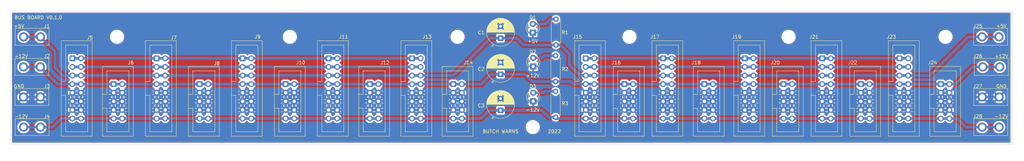
<source format=kicad_pcb>
(kicad_pcb (version 20211014) (generator pcbnew)
  (layers (0 "F.Cu" signal) (31 "B.Cu" signal) (34 "B.Paste" user) (35 "F.Paste" user) (36 "B.SilkS" user "B.Silkscreen") (37 "F.SilkS" user "F.Silkscreen") (38 "B.Mask" user) (39 "F.Mask" user) (44 "Edge.Cuts" user))
  (net 0 "")
  (net 1 "Net-(D1-Pad2)")
  (net 2 "Net-(D2-Pad2)")
  (net 3 "Net-(D3-Pad2)")
  (net 4 "+12V")
  (net 5 "GND")
  (net 6 "+5V")
  (net 7 "-12V")
  (net 8 "Net-(J7-Pad1)")
  (net 9 "Net-(J7-Pad3)")
  (net 10 "Net-(J19-Pad3)")
  (net 11 "Net-(J19-Pad1)")
  (footprint "eurorack_misc:Flat_Connector_Vogt_6.35mm_P5mm" (layer "F.Cu") (at 167.64 73.66)
    (fp_text reference "J27")
    (fp_text value "GND")
  )
  (footprint "Connector_IDC:IDC-Header_2x05_P2.54mm_Vertical" (layer "F.Cu") (at -66.04 69.85)
    (fp_text reference "J8")
    (fp_text value "Conn_02x05_Odd_Even")
  )
  (footprint "Resistor_THT:R_Axial_DIN0207_L6.3mm_D2.5mm_P7.62mm_Horizontal" (layer "F.Cu") (at 39.116 61.468 -90)
    (fp_text reference "R2")
    (fp_text value "R")
  )
  (footprint "eurorack_misc:Flat_Connector_Vogt_6.35mm_P5mm" (layer "F.Cu") (at -115.57 64.77)
    (fp_text reference "J2")
    (fp_text value "+12V")
  )
  (footprint "Connector_IDC:IDC-Header_2x05_P2.54mm_Vertical" (layer "F.Cu") (at 106.445 69.85)
    (fp_text reference "J20")
    (fp_text value "Conn_02x05_Odd_Even")
  )
  (footprint "Connector_IDC:IDC-Header_2x05_P2.54mm_Vertical" (layer "F.Cu") (at 129.305 69.85)
    (fp_text reference "J22")
    (fp_text value "Conn_02x05_Odd_Even")
  )
  (footprint "MountingHole:MountingHole_3.2mm_M3" (layer "F.Cu") (at -39.37 55.88)
    (fp_text reference "H2" hide)
    (fp_text value "MountingHole")
  )
  (footprint "Capacitor_THT:CP_Radial_D8.0mm_P3.50mm" (layer "F.Cu") (at 22.86 77.598651 90)
    (fp_text reference "C3")
    (fp_text value "47uF")
  )
  (footprint "Connector_IDC:IDC-Header_2x08_P2.54mm_Vertical" (layer "F.Cu") (at -3.2925 62.23)
    (fp_text reference "J13")
    (fp_text value "Conn_02x08_Odd_Even")
  )
  (footprint "Connector_IDC:IDC-Header_2x08_P2.54mm_Vertical" (layer "F.Cu") (at -103.6225 62.23)
    (fp_text reference "J5")
    (fp_text value "Conn_02x08_Odd_Even")
  )
  (footprint "Connector_IDC:IDC-Header_2x08_P2.54mm_Vertical" (layer "F.Cu") (at -78.74 62.23)
    (fp_text reference "J7")
    (fp_text value "Conn_02x08_Odd_Even")
  )
  (footprint "Connector_IDC:IDC-Header_2x08_P2.54mm_Vertical" (layer "F.Cu") (at 117.875 62.23)
    (fp_text reference "J21")
    (fp_text value "Conn_02x08_Odd_Even")
  )
  (footprint "MountingHole:MountingHole_3.2mm_M3" (layer "F.Cu") (at 107.95 55.88)
    (fp_text reference "H5" hide)
    (fp_text value "MountingHole")
  )
  (footprint "MountingHole:MountingHole_3.2mm_M3" (layer "F.Cu") (at 154.305 55.88)
    (fp_text reference "H6" hide)
    (fp_text value "MountingHole")
  )
  (footprint "eurorack_misc:Flat_Connector_Vogt_6.35mm_P5mm" (layer "F.Cu") (at -115.53 55.88)
    (fp_text reference "J1")
    (fp_text value "+5V")
  )
  (footprint "Connector_IDC:IDC-Header_2x08_P2.54mm_Vertical" (layer "F.Cu") (at 95.015 62.23)
    (fp_text reference "J19")
    (fp_text value "Conn_02x08_Odd_Even")
  )
  (footprint "eurorack_misc:Flat_Connector_Vogt_6.35mm_P5mm" (layer "F.Cu") (at 167.810302 64.77)
    (fp_text reference "J26")
    (fp_text value "+12V")
  )
  (footprint "Connector_IDC:IDC-Header_2x05_P2.54mm_Vertical" (layer "F.Cu") (at -40.64 69.85)
    (fp_text reference "J10")
    (fp_text value "Conn_02x05_Odd_Even")
  )
  (footprint "MountingHole:MountingHole_3.2mm_M3" (layer "F.Cu") (at 32.385 82.55)
    (fp_text reference "H7" hide)
    (fp_text value "MountingHole")
  )
  (footprint "MountingHole:MountingHole_3.2mm_M3" (layer "F.Cu") (at 10.16 55.88)
    (fp_text reference "H3" hide)
    (fp_text value "MountingHole")
  )
  (footprint "Connector_IDC:IDC-Header_2x08_P2.54mm_Vertical" (layer "F.Cu") (at 70.885 62.23)
    (fp_text reference "J17")
    (fp_text value "Conn_02x08_Odd_Even")
  )
  (footprint "Resistor_THT:R_Axial_DIN0207_L6.3mm_D2.5mm_P7.62mm_Horizontal" (layer "F.Cu") (at 39.116 72.010651 -90)
    (fp_text reference "R3")
    (fp_text value "R")
  )
  (footprint "Connector_IDC:IDC-Header_2x08_P2.54mm_Vertical" (layer "F.Cu") (at -53.34 62.23)
    (fp_text reference "J9")
    (fp_text value "Conn_02x08_Odd_Even")
  )
  (footprint "Connector_IDC:IDC-Header_2x05_P2.54mm_Vertical" (layer "F.Cu") (at -91.44 69.85)
    (fp_text reference "J6")
    (fp_text value "Conn_02x05_Odd_Even")
  )
  (footprint "Capacitor_THT:CP_Radial_D8.0mm_P3.50mm" (layer "F.Cu") (at 22.86 66.930651 90)
    (fp_text reference "C2")
    (fp_text value "47uF")
  )
  (footprint "eurorack_misc:Flat_Connector_Vogt_6.35mm_P5mm" (layer "F.Cu") (at -115.53 82.55)
    (fp_text reference "J4")
    (fp_text value "-12V")
  )
  (footprint "Connector_IDC:IDC-Header_2x05_P2.54mm_Vertical" (layer "F.Cu") (at 83.0675 69.85)
    (fp_text reference "J18")
    (fp_text value "Conn_02x05_Odd_Even")
  )
  (footprint "Capacitor_THT:CP_Radial_D8.0mm_P3.50mm" (layer "F.Cu") (at 22.86 56.262651 90)
    (fp_text reference "C1")
    (fp_text value "47uF")
  )
  (footprint "eurorack_misc:Flat_Connector_Vogt_6.35mm_P5mm" (layer "F.Cu") (at -115.57 73.66)
    (fp_text reference "J3")
    (fp_text value "GND")
  )
  (footprint "Connector_IDC:IDC-Header_2x05_P2.54mm_Vertical" (layer "F.Cu") (at -15.7575 69.85)
    (fp_text reference "J12")
    (fp_text value "Conn_02x05_Odd_Even")
  )
  (footprint "Connector_IDC:IDC-Header_2x05_P2.54mm_Vertical" (layer "F.Cu") (at 8.89 69.85)
    (fp_text reference "J14")
    (fp_text value "Conn_02x05_Odd_Even")
  )
  (footprint "LED_THT:LED_D3.0mm" (layer "F.Cu") (at 32.512 74.93 90)
    (fp_text reference "D3")
    (fp_text value "LED")
  )
  (footprint "Connector_IDC:IDC-Header_2x08_P2.54mm_Vertical" (layer "F.Cu") (at -27.94 62.23)
    (fp_text reference "J11")
    (fp_text value "Conn_02x08_Odd_Even")
  )
  (footprint "Connector_IDC:IDC-Header_2x05_P2.54mm_Vertical" (layer "F.Cu") (at 152.9175 69.85)
    (fp_text reference "J24")
    (fp_text value "Conn_02x05_Odd_Even")
  )
  (footprint "Connector_IDC:IDC-Header_2x05_P2.54mm_Vertical" (layer "F.Cu") (at 59.455 69.85)
    (fp_text reference "J16")
    (fp_text value "Conn_02x05_Odd_Even")
  )
  (footprint "eurorack_misc:Flat_Connector_Vogt_6.35mm_P5mm" (layer "F.Cu") (at 167.6 55.88)
    (fp_text reference "J25")
    (fp_text value "+5V")
  )
  (footprint "LED_THT:LED_D3.0mm" (layer "F.Cu") (at 32.385 54.615 90)
    (fp_text reference "D1")
    (fp_text value "LED")
  )
  (footprint "Connector_IDC:IDC-Header_2x08_P2.54mm_Vertical" (layer "F.Cu") (at 48.025 62.23)
    (fp_text reference "J15")
    (fp_text value "Conn_02x08_Odd_Even")
  )
  (footprint "LED_THT:LED_D3.0mm" (layer "F.Cu") (at 32.512 64.641349 90)
    (fp_text reference "D2")
    (fp_text value "LED")
  )
  (footprint "Connector_IDC:IDC-Header_2x08_P2.54mm_Vertical" (layer "F.Cu") (at 140.735 62.23)
    (fp_text reference "J23")
    (fp_text value "Conn_02x08_Odd_Even")
  )
  (footprint "MountingHole:MountingHole_3.2mm_M3" (layer "F.Cu") (at -90.424 55.88)
    (fp_text reference "H1" hide)
    (fp_text value "MountingHole")
  )
  (footprint "Resistor_THT:R_Axial_DIN0207_L6.3mm_D2.5mm_P7.62mm_Horizontal" (layer "F.Cu") (at 39.238 50.673 -90)
    (fp_text reference "R1")
    (fp_text value "R")
  )
  (footprint "MountingHole:MountingHole_3.2mm_M3" (layer "F.Cu") (at 60.96 55.88)
    (fp_text reference "H4" hide)
    (fp_text value "MountingHole")
  )
  (footprint "eurorack_misc:Flat_Connector_Vogt_6.35mm_P5mm" (layer "F.Cu") (at 167.64 82.55)
    (fp_text reference "J28")
    (fp_text value "-12V")
  )
  (gr_rect (start -121.92 48.26) (end 173.99 87.63) (layer "Edge.Cuts") (width 0.1) (fill none))
  (gr_text "+12V" (at 32.385 67.31) (layer "F.SilkS") (effects (font (size 1 1))))
  (gr_text "2022" (at 38.735 83.82) (layer "F.SilkS") (effects (font (size 1 1))))
  (gr_text "-12V" (at -118.745 79.375) (layer "F.SilkS") (effects (font (size 1 1))))
  (gr_text "+12V" (at -118.745 61.595) (layer "F.SilkS") (effects (font (size 1 1))))
  (gr_text "+5V" (at 32.385 57.15) (layer "F.SilkS") (effects (font (size 1 1))))
  (gr_text "+5V" (at -119.38 52.705) (layer "F.SilkS") (effects (font (size 1 1))))
  (gr_text "+12V" (at 170.815 61.595) (layer "F.SilkS") (effects (font (size 1 1))))
  (gr_text "BUS BOARD V0.1.0" (at -113.665 50.165) (layer "F.SilkS") (effects (font (size 1 1))))
  (gr_text "-12V" (at 32.385 77.47) (layer "F.SilkS") (effects (font (size 1 1))))
  (gr_text "+5V" (at 170.815 52.705) (layer "F.SilkS") (effects (font (size 1 1))))
  (gr_text "-12V" (at 170.815 79.375) (layer "F.SilkS") (effects (font (size 1 1))))
  (gr_text "BUTCH WARNS" (at 22.86 83.82) (layer "F.SilkS") (effects (font (size 1 1))))
  (gr_text "GND" (at -119.38 70.485) (layer "F.SilkS") (effects (font (size 1 1))))
  (gr_text "GND" (at 170.815 70.485) (layer "F.SilkS") (effects (font (size 1 1))))
  (segment (start 36.19 52.075) (end 32.385 52.075) (width 0.8) (layer "B.Cu") (net 1))
  (segment (start 37.592 50.673) (end 36.19 52.075) (width 0.8) (layer "B.Cu") (net 1))
  (segment (start 39.238 50.673) (end 37.592 50.673) (width 0.8) (layer "B.Cu") (net 1))
  (segment (start 35.053651 62.101349) (end 35.687 61.468) (width 0.8) (layer "B.Cu") (net 2))
  (segment (start 35.687 61.468) (end 39.116 61.468) (width 0.8) (layer "B.Cu") (net 2))
  (segment (start 32.512 62.101349) (end 35.053651 62.101349) (width 0.8) (layer "B.Cu") (net 2))
  (segment (start 39.116 72.010651) (end 35.939349 72.010651) (width 0.8) (layer "B.Cu") (net 3))
  (segment (start 35.56 72.39) (end 32.512 72.39) (width 0.8) (layer "B.Cu") (net 3))
  (segment (start 35.939349 72.010651) (end 35.56 72.39) (width 0.8) (layer "B.Cu") (net 3))
  (segment (start -103.6225 69.85) (end -107.99 69.85) (width 0.8) (layer "B.Cu") (net 4))
  (segment (start 48.025 69.85) (end 44.45 69.85) (width 0.8) (layer "B.Cu") (net 4))
  (segment (start 30.100651 66.930651) (end 32.258 69.088) (width 0.8) (layer "B.Cu") (net 4))
  (segment (start 44.45 69.85) (end 43.688 69.088) (width 0.8) (layer "B.Cu") (net 4))
  (segment (start 157.226 69.85) (end 155.4575 69.85) (width 0.8) (layer "B.Cu") (net 4))
  (segment (start 22.86 66.930651) (end 20.064349 66.930651) (width 0.8) (layer "B.Cu") (net 4))
  (segment (start 162.306 64.77) (end 157.226 69.85) (width 0.8) (layer "B.Cu") (net 4))
  (segment (start 17.145 69.85) (end 11.43 69.85) (width 0.8) (layer "B.Cu") (net 4))
  (segment (start 165.310302 64.77) (end 162.306 64.77) (width 0.8) (layer "B.Cu") (net 4))
  (segment (start 32.258 69.088) (end 39.116 69.088) (width 0.8) (layer "B.Cu") (net 4))
  (segment (start 11.43 69.85) (end -103.6225 69.85) (width 0.8) (layer "B.Cu") (net 4))
  (segment (start -118.07 64.77) (end -113.07 64.77) (width 0.8) (layer "B.Cu") (net 4))
  (segment (start 48.025 69.85) (end 155.4575 69.85) (width 0.8) (layer "B.Cu") (net 4))
  (segment (start 165.310302 64.77) (end 170.310302 64.77) (width 0.8) (layer "B.Cu") (net 4))
  (segment (start 22.86 66.930651) (end 30.100651 66.930651) (width 0.8) (layer "B.Cu") (net 4))
  (segment (start -107.99 69.85) (end -113.07 64.77) (width 0.8) (layer "B.Cu") (net 4))
  (segment (start 43.688 69.088) (end 39.116 69.088) (width 0.8) (layer "B.Cu") (net 4))
  (segment (start 20.064349 66.930651) (end 17.145 69.85) (width 0.8) (layer "B.Cu") (net 4))
  (segment (start 25.838651 74.098651) (end 26.67 74.93) (width 0.8) (layer "B.Cu") (net 5))
  (segment (start 48.025 74.93) (end 155.4575 74.93) (width 0.8) (layer "B.Cu") (net 5))
  (segment (start -101.0825 77.47) (end -101.0825 72.39) (width 0.8) (layer "B.Cu") (net 5))
  (segment (start 70.885 72.39) (end 70.885 77.47) (width 0.8) (layer "B.Cu") (net 5))
  (segment (start 11.43 77.47) (end 11.43 72.39) (width 0.8) (layer "B.Cu") (net 5))
  (segment (start 155.4575 72.39) (end 48.025 72.39) (width 0.8) (layer "B.Cu") (net 5))
  (segment (start 120.415 72.39) (end 120.415 77.47) (width 0.8) (layer "B.Cu") (net 5))
  (segment (start -108.712 73.66) (end -113.07 73.66) (width 0.8) (layer "B.Cu") (net 5))
  (segment (start 155.4575 72.39) (end 155.4575 77.47) (width 0.8) (layer "B.Cu") (net 5))
  (segment (start -0.7525 77.47) (end -0.7525 72.39) (width 0.8) (layer "B.Cu") (net 5))
  (segment (start 85.6075 72.39) (end 85.6075 77.47) (width 0.8) (layer "B.Cu") (net 5))
  (segment (start 17.341349 74.098651) (end 22.86 74.098651) (width 0.8) (layer "B.Cu") (net 5))
  (segment (start -103.6225 77.47) (end 11.43 77.47) (width 0.8) (layer "B.Cu") (net 5))
  (segment (start -66.04 72.39) (end -66.04 77.47) (width 0.8) (layer "B.Cu") (net 5))
  (segment (start 16.51 74.93) (end 17.341349 74.098651) (width 0.8) (layer "B.Cu") (net 5))
  (segment (start -25.4 77.47) (end -25.4 72.39) (width 0.8) (layer "B.Cu") (net 5))
  (segment (start 152.9175 77.47) (end 152.9175 72.39) (width 0.8) (layer "B.Cu") (net 5))
  (segment (start -53.34 72.39) (end -53.34 77.47) (width 0.8) (layer "B.Cu") (net 5))
  (segment (start 22.86 74.098651) (end 25.838651 74.098651) (width 0.8) (layer "B.Cu") (net 5))
  (segment (start 159.512 73.66) (end 165.14 73.66) (width 0.8) (layer "B.Cu") (net 5))
  (segment (start -91.44 72.39) (end -91.44 77.47) (width 0.8) (layer "B.Cu") (net 5))
  (segment (start 155.4575 74.93) (end 158.242 74.93) (width 0.8) (layer "B.Cu") (net 5))
  (segment (start -13.2175 77.47) (end -13.2175 72.39) (width 0.8) (layer "B.Cu") (net 5))
  (segment (start 83.0675 72.39) (end 83.0675 77.47) (width 0.8) (layer "B.Cu") (net 5))
  (segment (start 129.305 77.47) (end 129.305 72.39) (width 0.8) (layer "B.Cu") (net 5))
  (segment (start -15.7575 72.39) (end -15.7575 77.47) (width 0.8) (layer "B.Cu") (net 5))
  (segment (start 61.995 77.47) (end 61.995 72.39) (width 0.8) (layer "B.Cu") (net 5))
  (segment (start 97.555 72.39) (end 97.555 77.47) (width 0.8) (layer "B.Cu") (net 5))
  (segment (start 117.875 77.47) (end 117.875 72.39) (width 0.8) (layer "B.Cu") (net 5))
  (segment (start 73.425 77.47) (end 73.425 72.39) (width 0.8) (layer "B.Cu") (net 5))
  (segment (start -103.6225 74.93) (end -107.442 74.93) (width 0.8) (layer "B.Cu") (net 5))
  (segment (start -78.74 72.39) (end -78.74 77.47) (width 0.8) (layer "B.Cu") (net 5))
  (segment (start 95.015 77.47) (end 95.015 72.39) (width 0.8) (layer "B.Cu") (net 5))
  (segment (start 50.565 77.47) (end 50.565 72.39) (width 0.8) (layer "B.Cu") (net 5))
  (segment (start 131.845 72.39) (end 131.845 77.47) (width 0.8) (layer "B.Cu") (net 5))
  (segment (start -38.1 77.47) (end -38.1 72.39) (width 0.8) (layer "B.Cu") (net 5))
  (segment (start -27.94 72.39) (end -27.94 77.47) (width 0.8) (layer "B.Cu") (net 5))
  (segment (start 165.14 73.66) (end 170.14 73.66) (width 0.8) (layer "B.Cu") (net 5))
  (segment (start -107.442 74.93) (end -108.712 73.66) (width 0.8) (layer "B.Cu") (net 5))
  (segment (start 26.67 74.93) (end 32.512 74.93) (width 0.8) (layer "B.Cu") (net 5))
  (segment (start 48.025 74.93) (end 32.512 74.93) (width 0.8) (layer "B.Cu") (net 5))
  (segment (start 59.455 72.39) (end 59.455 77.47) (width 0.8) (layer "B.Cu") (net 5))
  (segment (start 106.445 77.47) (end 106.445 72.39) (width 0.8) (layer "B.Cu") (net 5))
  (segment (start 108.985 72.39) (end 108.985 77.47) (width 0.8) (layer "B.Cu") (net 5))
  (segment (start -88.9 77.47) (end -88.9 72.39) (width 0.8) (layer "B.Cu") (net 5))
  (segment (start -50.8 77.47) (end -50.8 72.39) (width 0.8) (layer "B.Cu") (net 5))
  (segment (start 158.242 74.93) (end 159.512 73.66) (width 0.8) (layer "B.Cu") (net 5))
  (segment (start -76.2 77.47) (end -76.2 72.39) (width 0.8) (layer "B.Cu") (net 5))
  (segment (start -40.64 72.39) (end -40.64 77.47) (width 0.8) (layer "B.Cu") (net 5))
  (segment (start 48.025 72.39) (end 48.025 77.47) (width 0.8) (layer "B.Cu") (net 5))
  (segment (start -3.2925 72.39) (end -3.2925 77.47) (width 0.8) (layer "B.Cu") (net 5))
  (segment (start 11.43 74.93) (end -103.6225 74.93) (width 0.8) (layer "B.Cu") (net 5))
  (segment (start -103.6225 72.39) (end 11.43 72.39) (width 0.8) (layer "B.Cu") (net 5))
  (segment (start 143.275 72.39) (end 143.275 77.47) (width 0.8) (layer "B.Cu") (net 5))
  (segment (start -103.6225 72.39) (end -103.6225 77.47) (width 0.8) (layer "B.Cu") (net 5))
  (segment (start -113.07 73.66) (end -118.07 73.66) (width 0.8) (layer "B.Cu") (net 5))
  (segment (start 155.4575 77.47) (end 48.025 77.47) (width 0.8) (layer "B.Cu") (net 5))
  (segment (start -63.5 77.47) (end -63.5 72.39) (width 0.8) (layer "B.Cu") (net 5))
  (segment (start 11.43 74.93) (end 16.51 74.93) (width 0.8) (layer "B.Cu") (net 5))
  (segment (start 140.735 77.47) (end 140.735 72.39) (width 0.8) (layer "B.Cu") (net 5))
  (segment (start 8.89 72.39) (end 8.89 77.47) (width 0.8) (layer "B.Cu") (net 5))
  (segment (start 48.025 72.39) (end 50.565 72.39) (width 0.8) (layer "B.Cu") (net 5))
  (segment (start 48.025 67.31) (end 143.275 67.31) (width 0.8) (layer "B.Cu") (net 6))
  (segment (start 39.238 58.293) (end 29.718 58.293) (width 0.8) (layer "B.Cu") (net 6))
  (segment (start 40.513 58.293) (end 39.238 58.293) (width 0.8) (layer "B.Cu") (net 6))
  (segment (start 165.1 55.88) (end 170.1 55.88) (width 0.8) (layer "B.Cu") (net 6))
  (segment (start 48.025 67.31) (end 46.355 67.31) (width 0.8) (layer "B.Cu") (net 6))
  (segment (start 8.89 67.31) (end -0.7525 67.31) (width 0.8) (layer "B.Cu") (net 6))
  (segment (start -118.03 55.88) (end -113.03 55.88) (width 0.8) (layer "B.Cu") (net 6))
  (segment (start 29.718 58.293) (end 27.687651 56.262651) (width 0.8) (layer "B.Cu") (net 6))
  (segment (start -108.712 65.024) (end -106.426 67.31) (width 0.8) (layer "B.Cu") (net 6))
  (segment (start 161.036 55.88) (end 165.1 55.88) (width 0.8) (layer "B.Cu") (net 6))
  (segment (start -106.426 67.31) (end -103.6225 67.31) (width 0.8) (layer "B.Cu") (net 6))
  (segment (start -113.03 55.88) (end -108.712 60.198) (width 0.8) (layer "B.Cu") (net 6))
  (segment (start 19.937349 56.262651) (end 8.89 67.31) (width 0.8) (layer "B.Cu") (net 6))
  (segment (start 22.86 56.262651) (end 19.937349 56.262651) (width 0.8) (layer "B.Cu") (net 6))
  (segment (start 27.687651 56.262651) (end 22.86 56.262651) (width 0.8) (layer "B.Cu") (net 6))
  (segment (start -103.6225 67.31) (end -0.7525 67.31) (width 0.8) (layer "B.Cu") (net 6))
  (segment (start -108.712 60.198) (end -108.712 65.024) (width 0.8) (layer "B.Cu") (net 6))
  (segment (start 149.606 67.31) (end 161.036 55.88) (width 0.8) (layer "B.Cu") (net 6))
  (segment (start 46.355 67.31) (end 43.18 64.135) (width 0.8) (layer "B.Cu") (net 6))
  (segment (start 43.18 64.135) (end 43.18 60.96) (width 0.8) (layer "B.Cu") (net 6))
  (segment (start 143.275 67.31) (end 149.606 67.31) (width 0.8) (layer "B.Cu") (net 6))
  (segment (start 43.18 60.96) (end 40.513 58.293) (width 0.8) (layer "B.Cu") (net 6))
  (segment (start -106.934 80.01) (end -109.474 82.55) (width 0.8) (layer "B.Cu") (net 7))
  (segment (start -118.03 82.55) (end -113.03 82.55) (width 0.8) (layer "B.Cu") (net 7))
  (segment (start 22.86 77.598651) (end 19.556349 77.598651) (width 0.8) (layer "B.Cu") (net 7))
  (segment (start 165.14 82.55) (end 170.14 82.55) (width 0.8) (layer "B.Cu") (net 7))
  (segment (start 48.025 80.01) (end 155.4575 80.01) (width 0.8) (layer "B.Cu") (net 7))
  (segment (start 35.053651 77.598651) (end 22.86 77.598651) (width 0.8) (layer "B.Cu") (net 7))
  (segment (start 157.734 80.01) (end 160.274 82.55) (width 0.8) (layer "B.Cu") (net 7))
  (segment (start -109.474 82.55) (end -113.03 82.55) (width 0.8) (layer "B.Cu") (net 7))
  (segment (start 11.43 80.01) (end -103.6225 80.01) (width 0.8) (layer "B.Cu") (net 7))
  (segment (start 160.274 82.55) (end 165.14 82.55) (width 0.8) (layer "B.Cu") (net 7))
  (segment (start 17.145 80.01) (end 11.43 80.01) (width 0.8) (layer "B.Cu") (net 7))
  (segment (start -103.6225 80.01) (end -106.934 80.01) (width 0.8) (layer "B.Cu") (net 7))
  (segment (start 155.4575 80.01) (end 157.734 80.01) (width 0.8) (layer "B.Cu") (net 7))
  (segment (start 19.556349 77.598651) (end 17.145 80.01) (width 0.8) (layer "B.Cu") (net 7))
  (segment (start 39.116 79.630651) (end 37.085651 79.630651) (width 0.8) (layer "B.Cu") (net 7))
  (segment (start 39.495349 80.01) (end 39.116 79.630651) (width 0.8) (layer "B.Cu") (net 7))
  (segment (start 48.025 80.01) (end 39.495349 80.01) (width 0.8) (layer "B.Cu") (net 7))
  (segment (start 37.085651 79.630651) (end 35.053651 77.598651) (width 0.8) (layer "B.Cu") (net 7))
  (segment (start -103.6225 62.23) (end -0.7525 62.23) (width 0.8) (layer "B.Cu") (net 8))
  (segment (start -0.7525 64.77) (end -103.6225 64.77) (width 0.8) (layer "B.Cu") (net 9))
  (segment (start 143.275 64.77) (end 48.025 64.77) (width 0.8) (layer "B.Cu") (net 10))
  (segment (start 48.025 62.23) (end 143.275 62.23) (width 0.8) (layer "B.Cu") (net 11))
  (zone (net 5) (net_name "GND") (layers F&B.Cu) (connect_pads (clearance 0.508)) (min_thickness 0.254) (fill yes (thermal_gap 0.508) (thermal_bridge_width 0.508))
    (polygon (pts (xy 177.5 92.5) (xy -125 92.5) (xy -125 45) (xy 177.5 45)))
  )
)
</source>
